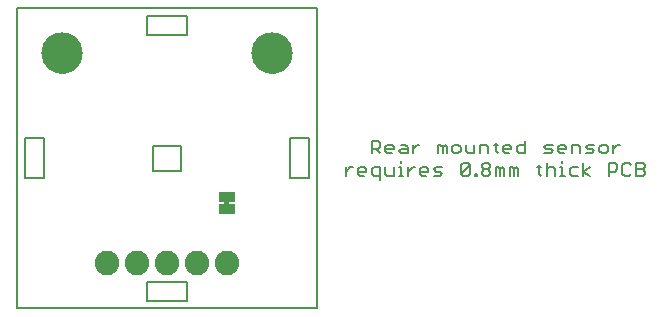
<source format=gbs>
G75*
%MOIN*%
%OFA0B0*%
%FSLAX25Y25*%
%IPPOS*%
%LPD*%
%AMOC8*
5,1,8,0,0,1.08239X$1,22.5*
%
%ADD10C,0.00800*%
%ADD11C,0.00000*%
%ADD12C,0.13800*%
%ADD13C,0.08200*%
%ADD14C,0.00500*%
%ADD15R,0.05800X0.03300*%
D10*
X0163333Y0075000D02*
X0263333Y0075000D01*
X0263333Y0175000D01*
X0163333Y0175000D01*
X0163333Y0075000D01*
X0273090Y0119150D02*
X0273090Y0121952D01*
X0273090Y0120551D02*
X0274491Y0121952D01*
X0275192Y0121952D01*
X0276927Y0121252D02*
X0277627Y0121952D01*
X0279028Y0121952D01*
X0279729Y0121252D01*
X0279729Y0120551D01*
X0276927Y0120551D01*
X0276927Y0119851D02*
X0276927Y0121252D01*
X0276927Y0119851D02*
X0277627Y0119150D01*
X0279028Y0119150D01*
X0281531Y0119851D02*
X0281531Y0121252D01*
X0282231Y0121952D01*
X0284333Y0121952D01*
X0284333Y0117749D01*
X0284333Y0119150D02*
X0282231Y0119150D01*
X0281531Y0119851D01*
X0286134Y0119851D02*
X0286134Y0121952D01*
X0286134Y0119851D02*
X0286835Y0119150D01*
X0288937Y0119150D01*
X0288937Y0121952D01*
X0290738Y0121952D02*
X0291439Y0121952D01*
X0291439Y0119150D01*
X0290738Y0119150D02*
X0292140Y0119150D01*
X0293808Y0119150D02*
X0293808Y0121952D01*
X0293808Y0120551D02*
X0295209Y0121952D01*
X0295909Y0121952D01*
X0297644Y0121252D02*
X0297644Y0119851D01*
X0298345Y0119150D01*
X0299746Y0119150D01*
X0300447Y0120551D02*
X0297644Y0120551D01*
X0297644Y0121252D02*
X0298345Y0121952D01*
X0299746Y0121952D01*
X0300447Y0121252D01*
X0300447Y0120551D01*
X0302248Y0121252D02*
X0302949Y0121952D01*
X0305051Y0121952D01*
X0304350Y0120551D02*
X0302949Y0120551D01*
X0302248Y0121252D01*
X0302248Y0119150D02*
X0304350Y0119150D01*
X0305051Y0119851D01*
X0304350Y0120551D01*
X0311456Y0119851D02*
X0314258Y0122653D01*
X0314258Y0119851D01*
X0313558Y0119150D01*
X0312157Y0119150D01*
X0311456Y0119851D01*
X0311456Y0122653D01*
X0312157Y0123354D01*
X0313558Y0123354D01*
X0314258Y0122653D01*
X0318362Y0122653D02*
X0318362Y0121952D01*
X0319063Y0121252D01*
X0320464Y0121252D01*
X0321164Y0120551D01*
X0321164Y0119851D01*
X0320464Y0119150D01*
X0319063Y0119150D01*
X0318362Y0119851D01*
X0318362Y0120551D01*
X0319063Y0121252D01*
X0320464Y0121252D02*
X0321164Y0121952D01*
X0321164Y0122653D01*
X0320464Y0123354D01*
X0319063Y0123354D01*
X0318362Y0122653D01*
X0322966Y0121952D02*
X0323666Y0121952D01*
X0324367Y0121252D01*
X0325068Y0121952D01*
X0325768Y0121252D01*
X0325768Y0119150D01*
X0324367Y0119150D02*
X0324367Y0121252D01*
X0322966Y0121952D02*
X0322966Y0119150D01*
X0327570Y0119150D02*
X0327570Y0121952D01*
X0328270Y0121952D01*
X0328971Y0121252D01*
X0329672Y0121952D01*
X0330372Y0121252D01*
X0330372Y0119150D01*
X0328971Y0119150D02*
X0328971Y0121252D01*
X0336778Y0121952D02*
X0338179Y0121952D01*
X0337478Y0122653D02*
X0337478Y0119851D01*
X0338179Y0119150D01*
X0339847Y0119150D02*
X0339847Y0123354D01*
X0340548Y0121952D02*
X0341949Y0121952D01*
X0342649Y0121252D01*
X0342649Y0119150D01*
X0344451Y0119150D02*
X0345852Y0119150D01*
X0345151Y0119150D02*
X0345151Y0121952D01*
X0344451Y0121952D01*
X0345151Y0123354D02*
X0345151Y0124054D01*
X0345785Y0126650D02*
X0344384Y0126650D01*
X0343684Y0127351D01*
X0343684Y0128752D01*
X0344384Y0129452D01*
X0345785Y0129452D01*
X0346486Y0128752D01*
X0346486Y0128051D01*
X0343684Y0128051D01*
X0341882Y0127351D02*
X0341181Y0128051D01*
X0339780Y0128051D01*
X0339080Y0128752D01*
X0339780Y0129452D01*
X0341882Y0129452D01*
X0341882Y0127351D02*
X0341181Y0126650D01*
X0339080Y0126650D01*
X0332674Y0126650D02*
X0330572Y0126650D01*
X0329872Y0127351D01*
X0329872Y0128752D01*
X0330572Y0129452D01*
X0332674Y0129452D01*
X0332674Y0130854D02*
X0332674Y0126650D01*
X0328070Y0128051D02*
X0325268Y0128051D01*
X0325268Y0127351D02*
X0325268Y0128752D01*
X0325968Y0129452D01*
X0327370Y0129452D01*
X0328070Y0128752D01*
X0328070Y0128051D01*
X0327370Y0126650D02*
X0325968Y0126650D01*
X0325268Y0127351D01*
X0323600Y0126650D02*
X0322899Y0127351D01*
X0322899Y0130153D01*
X0322199Y0129452D02*
X0323600Y0129452D01*
X0320397Y0128752D02*
X0320397Y0126650D01*
X0320397Y0128752D02*
X0319696Y0129452D01*
X0317595Y0129452D01*
X0317595Y0126650D01*
X0315793Y0126650D02*
X0315793Y0129452D01*
X0312991Y0129452D02*
X0312991Y0127351D01*
X0313691Y0126650D01*
X0315793Y0126650D01*
X0311189Y0127351D02*
X0311189Y0128752D01*
X0310489Y0129452D01*
X0309087Y0129452D01*
X0308387Y0128752D01*
X0308387Y0127351D01*
X0309087Y0126650D01*
X0310489Y0126650D01*
X0311189Y0127351D01*
X0306585Y0126650D02*
X0306585Y0128752D01*
X0305885Y0129452D01*
X0305184Y0128752D01*
X0305184Y0126650D01*
X0303783Y0126650D02*
X0303783Y0129452D01*
X0304483Y0129452D01*
X0305184Y0128752D01*
X0297444Y0129452D02*
X0296744Y0129452D01*
X0295342Y0128051D01*
X0295342Y0126650D02*
X0295342Y0129452D01*
X0293541Y0128752D02*
X0292840Y0129452D01*
X0291439Y0129452D01*
X0291439Y0128051D02*
X0293541Y0128051D01*
X0293541Y0128752D02*
X0293541Y0126650D01*
X0291439Y0126650D01*
X0290738Y0127351D01*
X0291439Y0128051D01*
X0288937Y0128051D02*
X0286135Y0128051D01*
X0286135Y0127351D02*
X0286135Y0128752D01*
X0286835Y0129452D01*
X0288236Y0129452D01*
X0288937Y0128752D01*
X0288937Y0128051D01*
X0288236Y0126650D02*
X0286835Y0126650D01*
X0286135Y0127351D01*
X0284333Y0126650D02*
X0282932Y0128051D01*
X0283632Y0128051D02*
X0281531Y0128051D01*
X0281531Y0126650D02*
X0281531Y0130854D01*
X0283632Y0130854D01*
X0284333Y0130153D01*
X0284333Y0128752D01*
X0283632Y0128051D01*
X0291439Y0124054D02*
X0291439Y0123354D01*
X0316060Y0119851D02*
X0316761Y0119851D01*
X0316761Y0119150D01*
X0316060Y0119150D01*
X0316060Y0119851D01*
X0339847Y0121252D02*
X0340548Y0121952D01*
X0347520Y0121252D02*
X0347520Y0119851D01*
X0348221Y0119150D01*
X0350323Y0119150D01*
X0352124Y0119150D02*
X0352124Y0123354D01*
X0350323Y0121952D02*
X0348221Y0121952D01*
X0347520Y0121252D01*
X0352124Y0120551D02*
X0354226Y0121952D01*
X0352124Y0120551D02*
X0354226Y0119150D01*
X0360565Y0119150D02*
X0360565Y0123354D01*
X0362666Y0123354D01*
X0363367Y0122653D01*
X0363367Y0121252D01*
X0362666Y0120551D01*
X0360565Y0120551D01*
X0365169Y0119851D02*
X0365869Y0119150D01*
X0367270Y0119150D01*
X0367971Y0119851D01*
X0369772Y0119150D02*
X0371874Y0119150D01*
X0372575Y0119851D01*
X0372575Y0120551D01*
X0371874Y0121252D01*
X0369772Y0121252D01*
X0369772Y0119150D02*
X0369772Y0123354D01*
X0371874Y0123354D01*
X0372575Y0122653D01*
X0372575Y0121952D01*
X0371874Y0121252D01*
X0367971Y0122653D02*
X0367270Y0123354D01*
X0365869Y0123354D01*
X0365169Y0122653D01*
X0365169Y0119851D01*
X0362099Y0126650D02*
X0362099Y0129452D01*
X0362099Y0128051D02*
X0363500Y0129452D01*
X0364201Y0129452D01*
X0360298Y0128752D02*
X0359597Y0129452D01*
X0358196Y0129452D01*
X0357495Y0128752D01*
X0357495Y0127351D01*
X0358196Y0126650D01*
X0359597Y0126650D01*
X0360298Y0127351D01*
X0360298Y0128752D01*
X0355694Y0129452D02*
X0353592Y0129452D01*
X0352891Y0128752D01*
X0353592Y0128051D01*
X0354993Y0128051D01*
X0355694Y0127351D01*
X0354993Y0126650D01*
X0352891Y0126650D01*
X0351090Y0126650D02*
X0351090Y0128752D01*
X0350389Y0129452D01*
X0348287Y0129452D01*
X0348287Y0126650D01*
D11*
X0241833Y0160000D02*
X0241835Y0160161D01*
X0241841Y0160321D01*
X0241851Y0160482D01*
X0241865Y0160642D01*
X0241883Y0160802D01*
X0241904Y0160961D01*
X0241930Y0161120D01*
X0241960Y0161278D01*
X0241993Y0161435D01*
X0242031Y0161592D01*
X0242072Y0161747D01*
X0242117Y0161901D01*
X0242166Y0162054D01*
X0242219Y0162206D01*
X0242275Y0162357D01*
X0242336Y0162506D01*
X0242399Y0162654D01*
X0242467Y0162800D01*
X0242538Y0162944D01*
X0242612Y0163086D01*
X0242690Y0163227D01*
X0242772Y0163365D01*
X0242857Y0163502D01*
X0242945Y0163636D01*
X0243037Y0163768D01*
X0243132Y0163898D01*
X0243230Y0164026D01*
X0243331Y0164151D01*
X0243435Y0164273D01*
X0243542Y0164393D01*
X0243652Y0164510D01*
X0243765Y0164625D01*
X0243881Y0164736D01*
X0244000Y0164845D01*
X0244121Y0164950D01*
X0244245Y0165053D01*
X0244371Y0165153D01*
X0244499Y0165249D01*
X0244630Y0165342D01*
X0244764Y0165432D01*
X0244899Y0165519D01*
X0245037Y0165602D01*
X0245176Y0165682D01*
X0245318Y0165758D01*
X0245461Y0165831D01*
X0245606Y0165900D01*
X0245753Y0165966D01*
X0245901Y0166028D01*
X0246051Y0166086D01*
X0246202Y0166141D01*
X0246355Y0166192D01*
X0246509Y0166239D01*
X0246664Y0166282D01*
X0246820Y0166321D01*
X0246976Y0166357D01*
X0247134Y0166388D01*
X0247292Y0166416D01*
X0247451Y0166440D01*
X0247611Y0166460D01*
X0247771Y0166476D01*
X0247931Y0166488D01*
X0248092Y0166496D01*
X0248253Y0166500D01*
X0248413Y0166500D01*
X0248574Y0166496D01*
X0248735Y0166488D01*
X0248895Y0166476D01*
X0249055Y0166460D01*
X0249215Y0166440D01*
X0249374Y0166416D01*
X0249532Y0166388D01*
X0249690Y0166357D01*
X0249846Y0166321D01*
X0250002Y0166282D01*
X0250157Y0166239D01*
X0250311Y0166192D01*
X0250464Y0166141D01*
X0250615Y0166086D01*
X0250765Y0166028D01*
X0250913Y0165966D01*
X0251060Y0165900D01*
X0251205Y0165831D01*
X0251348Y0165758D01*
X0251490Y0165682D01*
X0251629Y0165602D01*
X0251767Y0165519D01*
X0251902Y0165432D01*
X0252036Y0165342D01*
X0252167Y0165249D01*
X0252295Y0165153D01*
X0252421Y0165053D01*
X0252545Y0164950D01*
X0252666Y0164845D01*
X0252785Y0164736D01*
X0252901Y0164625D01*
X0253014Y0164510D01*
X0253124Y0164393D01*
X0253231Y0164273D01*
X0253335Y0164151D01*
X0253436Y0164026D01*
X0253534Y0163898D01*
X0253629Y0163768D01*
X0253721Y0163636D01*
X0253809Y0163502D01*
X0253894Y0163365D01*
X0253976Y0163227D01*
X0254054Y0163086D01*
X0254128Y0162944D01*
X0254199Y0162800D01*
X0254267Y0162654D01*
X0254330Y0162506D01*
X0254391Y0162357D01*
X0254447Y0162206D01*
X0254500Y0162054D01*
X0254549Y0161901D01*
X0254594Y0161747D01*
X0254635Y0161592D01*
X0254673Y0161435D01*
X0254706Y0161278D01*
X0254736Y0161120D01*
X0254762Y0160961D01*
X0254783Y0160802D01*
X0254801Y0160642D01*
X0254815Y0160482D01*
X0254825Y0160321D01*
X0254831Y0160161D01*
X0254833Y0160000D01*
X0254831Y0159839D01*
X0254825Y0159679D01*
X0254815Y0159518D01*
X0254801Y0159358D01*
X0254783Y0159198D01*
X0254762Y0159039D01*
X0254736Y0158880D01*
X0254706Y0158722D01*
X0254673Y0158565D01*
X0254635Y0158408D01*
X0254594Y0158253D01*
X0254549Y0158099D01*
X0254500Y0157946D01*
X0254447Y0157794D01*
X0254391Y0157643D01*
X0254330Y0157494D01*
X0254267Y0157346D01*
X0254199Y0157200D01*
X0254128Y0157056D01*
X0254054Y0156914D01*
X0253976Y0156773D01*
X0253894Y0156635D01*
X0253809Y0156498D01*
X0253721Y0156364D01*
X0253629Y0156232D01*
X0253534Y0156102D01*
X0253436Y0155974D01*
X0253335Y0155849D01*
X0253231Y0155727D01*
X0253124Y0155607D01*
X0253014Y0155490D01*
X0252901Y0155375D01*
X0252785Y0155264D01*
X0252666Y0155155D01*
X0252545Y0155050D01*
X0252421Y0154947D01*
X0252295Y0154847D01*
X0252167Y0154751D01*
X0252036Y0154658D01*
X0251902Y0154568D01*
X0251767Y0154481D01*
X0251629Y0154398D01*
X0251490Y0154318D01*
X0251348Y0154242D01*
X0251205Y0154169D01*
X0251060Y0154100D01*
X0250913Y0154034D01*
X0250765Y0153972D01*
X0250615Y0153914D01*
X0250464Y0153859D01*
X0250311Y0153808D01*
X0250157Y0153761D01*
X0250002Y0153718D01*
X0249846Y0153679D01*
X0249690Y0153643D01*
X0249532Y0153612D01*
X0249374Y0153584D01*
X0249215Y0153560D01*
X0249055Y0153540D01*
X0248895Y0153524D01*
X0248735Y0153512D01*
X0248574Y0153504D01*
X0248413Y0153500D01*
X0248253Y0153500D01*
X0248092Y0153504D01*
X0247931Y0153512D01*
X0247771Y0153524D01*
X0247611Y0153540D01*
X0247451Y0153560D01*
X0247292Y0153584D01*
X0247134Y0153612D01*
X0246976Y0153643D01*
X0246820Y0153679D01*
X0246664Y0153718D01*
X0246509Y0153761D01*
X0246355Y0153808D01*
X0246202Y0153859D01*
X0246051Y0153914D01*
X0245901Y0153972D01*
X0245753Y0154034D01*
X0245606Y0154100D01*
X0245461Y0154169D01*
X0245318Y0154242D01*
X0245176Y0154318D01*
X0245037Y0154398D01*
X0244899Y0154481D01*
X0244764Y0154568D01*
X0244630Y0154658D01*
X0244499Y0154751D01*
X0244371Y0154847D01*
X0244245Y0154947D01*
X0244121Y0155050D01*
X0244000Y0155155D01*
X0243881Y0155264D01*
X0243765Y0155375D01*
X0243652Y0155490D01*
X0243542Y0155607D01*
X0243435Y0155727D01*
X0243331Y0155849D01*
X0243230Y0155974D01*
X0243132Y0156102D01*
X0243037Y0156232D01*
X0242945Y0156364D01*
X0242857Y0156498D01*
X0242772Y0156635D01*
X0242690Y0156773D01*
X0242612Y0156914D01*
X0242538Y0157056D01*
X0242467Y0157200D01*
X0242399Y0157346D01*
X0242336Y0157494D01*
X0242275Y0157643D01*
X0242219Y0157794D01*
X0242166Y0157946D01*
X0242117Y0158099D01*
X0242072Y0158253D01*
X0242031Y0158408D01*
X0241993Y0158565D01*
X0241960Y0158722D01*
X0241930Y0158880D01*
X0241904Y0159039D01*
X0241883Y0159198D01*
X0241865Y0159358D01*
X0241851Y0159518D01*
X0241841Y0159679D01*
X0241835Y0159839D01*
X0241833Y0160000D01*
X0171833Y0160000D02*
X0171835Y0160161D01*
X0171841Y0160321D01*
X0171851Y0160482D01*
X0171865Y0160642D01*
X0171883Y0160802D01*
X0171904Y0160961D01*
X0171930Y0161120D01*
X0171960Y0161278D01*
X0171993Y0161435D01*
X0172031Y0161592D01*
X0172072Y0161747D01*
X0172117Y0161901D01*
X0172166Y0162054D01*
X0172219Y0162206D01*
X0172275Y0162357D01*
X0172336Y0162506D01*
X0172399Y0162654D01*
X0172467Y0162800D01*
X0172538Y0162944D01*
X0172612Y0163086D01*
X0172690Y0163227D01*
X0172772Y0163365D01*
X0172857Y0163502D01*
X0172945Y0163636D01*
X0173037Y0163768D01*
X0173132Y0163898D01*
X0173230Y0164026D01*
X0173331Y0164151D01*
X0173435Y0164273D01*
X0173542Y0164393D01*
X0173652Y0164510D01*
X0173765Y0164625D01*
X0173881Y0164736D01*
X0174000Y0164845D01*
X0174121Y0164950D01*
X0174245Y0165053D01*
X0174371Y0165153D01*
X0174499Y0165249D01*
X0174630Y0165342D01*
X0174764Y0165432D01*
X0174899Y0165519D01*
X0175037Y0165602D01*
X0175176Y0165682D01*
X0175318Y0165758D01*
X0175461Y0165831D01*
X0175606Y0165900D01*
X0175753Y0165966D01*
X0175901Y0166028D01*
X0176051Y0166086D01*
X0176202Y0166141D01*
X0176355Y0166192D01*
X0176509Y0166239D01*
X0176664Y0166282D01*
X0176820Y0166321D01*
X0176976Y0166357D01*
X0177134Y0166388D01*
X0177292Y0166416D01*
X0177451Y0166440D01*
X0177611Y0166460D01*
X0177771Y0166476D01*
X0177931Y0166488D01*
X0178092Y0166496D01*
X0178253Y0166500D01*
X0178413Y0166500D01*
X0178574Y0166496D01*
X0178735Y0166488D01*
X0178895Y0166476D01*
X0179055Y0166460D01*
X0179215Y0166440D01*
X0179374Y0166416D01*
X0179532Y0166388D01*
X0179690Y0166357D01*
X0179846Y0166321D01*
X0180002Y0166282D01*
X0180157Y0166239D01*
X0180311Y0166192D01*
X0180464Y0166141D01*
X0180615Y0166086D01*
X0180765Y0166028D01*
X0180913Y0165966D01*
X0181060Y0165900D01*
X0181205Y0165831D01*
X0181348Y0165758D01*
X0181490Y0165682D01*
X0181629Y0165602D01*
X0181767Y0165519D01*
X0181902Y0165432D01*
X0182036Y0165342D01*
X0182167Y0165249D01*
X0182295Y0165153D01*
X0182421Y0165053D01*
X0182545Y0164950D01*
X0182666Y0164845D01*
X0182785Y0164736D01*
X0182901Y0164625D01*
X0183014Y0164510D01*
X0183124Y0164393D01*
X0183231Y0164273D01*
X0183335Y0164151D01*
X0183436Y0164026D01*
X0183534Y0163898D01*
X0183629Y0163768D01*
X0183721Y0163636D01*
X0183809Y0163502D01*
X0183894Y0163365D01*
X0183976Y0163227D01*
X0184054Y0163086D01*
X0184128Y0162944D01*
X0184199Y0162800D01*
X0184267Y0162654D01*
X0184330Y0162506D01*
X0184391Y0162357D01*
X0184447Y0162206D01*
X0184500Y0162054D01*
X0184549Y0161901D01*
X0184594Y0161747D01*
X0184635Y0161592D01*
X0184673Y0161435D01*
X0184706Y0161278D01*
X0184736Y0161120D01*
X0184762Y0160961D01*
X0184783Y0160802D01*
X0184801Y0160642D01*
X0184815Y0160482D01*
X0184825Y0160321D01*
X0184831Y0160161D01*
X0184833Y0160000D01*
X0184831Y0159839D01*
X0184825Y0159679D01*
X0184815Y0159518D01*
X0184801Y0159358D01*
X0184783Y0159198D01*
X0184762Y0159039D01*
X0184736Y0158880D01*
X0184706Y0158722D01*
X0184673Y0158565D01*
X0184635Y0158408D01*
X0184594Y0158253D01*
X0184549Y0158099D01*
X0184500Y0157946D01*
X0184447Y0157794D01*
X0184391Y0157643D01*
X0184330Y0157494D01*
X0184267Y0157346D01*
X0184199Y0157200D01*
X0184128Y0157056D01*
X0184054Y0156914D01*
X0183976Y0156773D01*
X0183894Y0156635D01*
X0183809Y0156498D01*
X0183721Y0156364D01*
X0183629Y0156232D01*
X0183534Y0156102D01*
X0183436Y0155974D01*
X0183335Y0155849D01*
X0183231Y0155727D01*
X0183124Y0155607D01*
X0183014Y0155490D01*
X0182901Y0155375D01*
X0182785Y0155264D01*
X0182666Y0155155D01*
X0182545Y0155050D01*
X0182421Y0154947D01*
X0182295Y0154847D01*
X0182167Y0154751D01*
X0182036Y0154658D01*
X0181902Y0154568D01*
X0181767Y0154481D01*
X0181629Y0154398D01*
X0181490Y0154318D01*
X0181348Y0154242D01*
X0181205Y0154169D01*
X0181060Y0154100D01*
X0180913Y0154034D01*
X0180765Y0153972D01*
X0180615Y0153914D01*
X0180464Y0153859D01*
X0180311Y0153808D01*
X0180157Y0153761D01*
X0180002Y0153718D01*
X0179846Y0153679D01*
X0179690Y0153643D01*
X0179532Y0153612D01*
X0179374Y0153584D01*
X0179215Y0153560D01*
X0179055Y0153540D01*
X0178895Y0153524D01*
X0178735Y0153512D01*
X0178574Y0153504D01*
X0178413Y0153500D01*
X0178253Y0153500D01*
X0178092Y0153504D01*
X0177931Y0153512D01*
X0177771Y0153524D01*
X0177611Y0153540D01*
X0177451Y0153560D01*
X0177292Y0153584D01*
X0177134Y0153612D01*
X0176976Y0153643D01*
X0176820Y0153679D01*
X0176664Y0153718D01*
X0176509Y0153761D01*
X0176355Y0153808D01*
X0176202Y0153859D01*
X0176051Y0153914D01*
X0175901Y0153972D01*
X0175753Y0154034D01*
X0175606Y0154100D01*
X0175461Y0154169D01*
X0175318Y0154242D01*
X0175176Y0154318D01*
X0175037Y0154398D01*
X0174899Y0154481D01*
X0174764Y0154568D01*
X0174630Y0154658D01*
X0174499Y0154751D01*
X0174371Y0154847D01*
X0174245Y0154947D01*
X0174121Y0155050D01*
X0174000Y0155155D01*
X0173881Y0155264D01*
X0173765Y0155375D01*
X0173652Y0155490D01*
X0173542Y0155607D01*
X0173435Y0155727D01*
X0173331Y0155849D01*
X0173230Y0155974D01*
X0173132Y0156102D01*
X0173037Y0156232D01*
X0172945Y0156364D01*
X0172857Y0156498D01*
X0172772Y0156635D01*
X0172690Y0156773D01*
X0172612Y0156914D01*
X0172538Y0157056D01*
X0172467Y0157200D01*
X0172399Y0157346D01*
X0172336Y0157494D01*
X0172275Y0157643D01*
X0172219Y0157794D01*
X0172166Y0157946D01*
X0172117Y0158099D01*
X0172072Y0158253D01*
X0172031Y0158408D01*
X0171993Y0158565D01*
X0171960Y0158722D01*
X0171930Y0158880D01*
X0171904Y0159039D01*
X0171883Y0159198D01*
X0171865Y0159358D01*
X0171851Y0159518D01*
X0171841Y0159679D01*
X0171835Y0159839D01*
X0171833Y0160000D01*
D12*
X0178333Y0160000D03*
X0248333Y0160000D03*
D13*
X0233333Y0090000D03*
X0223333Y0090000D03*
X0213333Y0090000D03*
X0203333Y0090000D03*
X0193333Y0090000D03*
D14*
X0206640Y0083858D02*
X0206640Y0077559D01*
X0220026Y0077559D01*
X0220026Y0083858D01*
X0206640Y0083858D01*
X0232833Y0109250D02*
X0233833Y0109250D01*
X0233833Y0110750D01*
X0232833Y0110750D01*
X0232833Y0109250D01*
X0232833Y0109397D02*
X0233833Y0109397D01*
X0233833Y0109896D02*
X0232833Y0109896D01*
X0232833Y0110394D02*
X0233833Y0110394D01*
X0254475Y0118307D02*
X0260774Y0118307D01*
X0260774Y0131693D01*
X0254475Y0131693D01*
X0254475Y0118307D01*
X0218058Y0120819D02*
X0208609Y0120819D01*
X0208609Y0129087D01*
X0218058Y0129087D01*
X0218058Y0120819D01*
X0172192Y0118307D02*
X0165892Y0118307D01*
X0165892Y0131693D01*
X0172192Y0131693D01*
X0172192Y0118307D01*
X0206640Y0166142D02*
X0206640Y0172441D01*
X0220026Y0172441D01*
X0220026Y0166142D01*
X0206640Y0166142D01*
D15*
X0233333Y0112000D03*
X0233333Y0108000D03*
M02*

</source>
